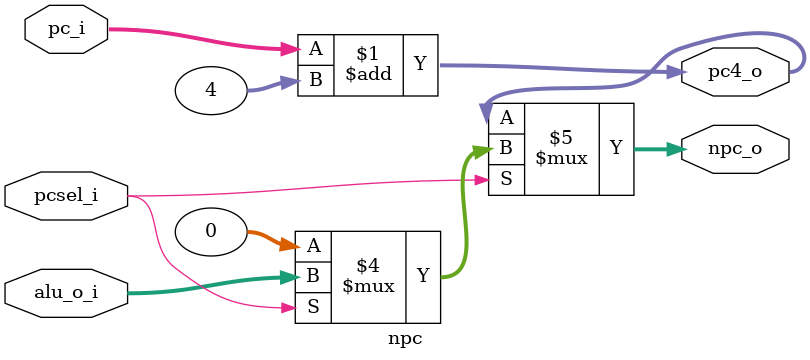
<source format=v>
`timescale 1ns / 1ps


module npc(
    input wire [31:0]   pc_i,
    input wire [31:0]   alu_o_i,
    input wire          pcsel_i,
    output wire [31:0]  pc4_o,
    output wire [31:0]  npc_o
    );

assign pc4_o = pc_i + 32'd4;
assign npc_o = (pcsel_i == 0) ? pc4_o : 
               (pcsel_i == 1) ? alu_o_i : 
                                 32'b0;

endmodule

</source>
